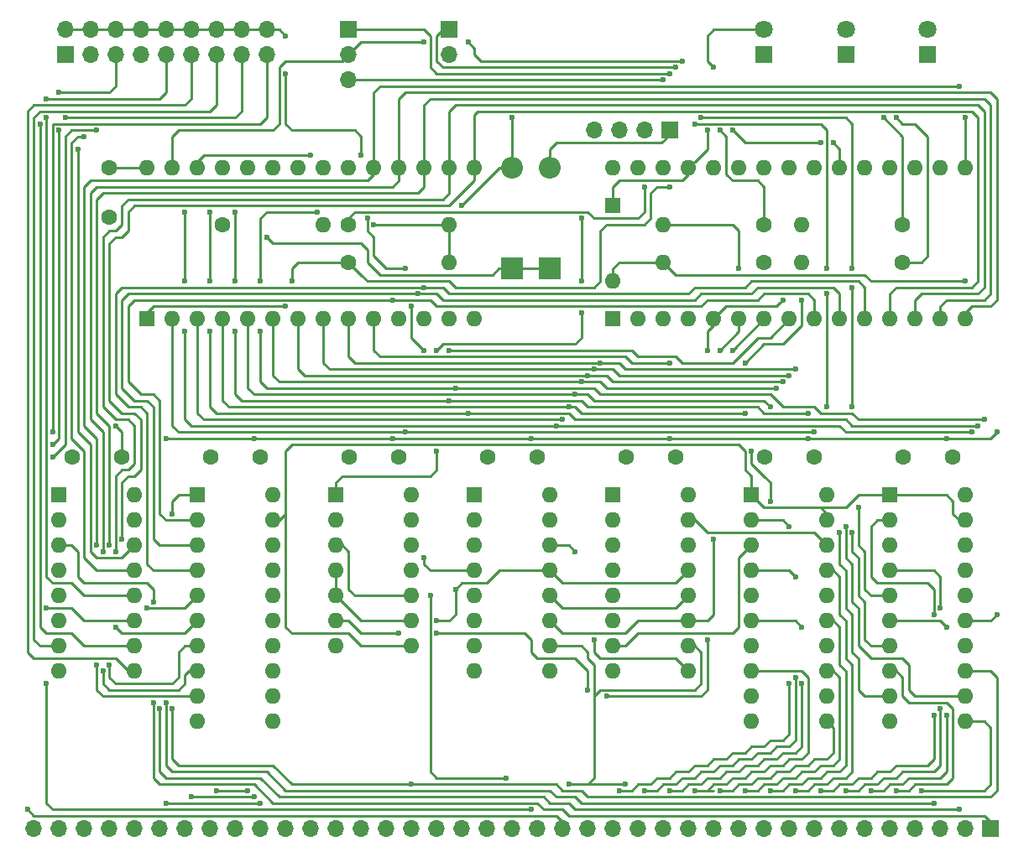
<source format=gtl>
G04 #@! TF.GenerationSoftware,KiCad,Pcbnew,(5.1.5)-3*
G04 #@! TF.CreationDate,2020-10-17T22:19:32+02:00*
G04 #@! TF.ProjectId,RC1 8K ExRAM,52433120-384b-4204-9578-52414d2e6b69,rev?*
G04 #@! TF.SameCoordinates,Original*
G04 #@! TF.FileFunction,Copper,L1,Top*
G04 #@! TF.FilePolarity,Positive*
%FSLAX46Y46*%
G04 Gerber Fmt 4.6, Leading zero omitted, Abs format (unit mm)*
G04 Created by KiCad (PCBNEW (5.1.5)-3) date 2020-10-17 22:19:32*
%MOMM*%
%LPD*%
G04 APERTURE LIST*
%ADD10O,2.200000X2.200000*%
%ADD11R,2.200000X2.200000*%
%ADD12R,1.600000X1.600000*%
%ADD13O,1.600000X1.600000*%
%ADD14C,1.600000*%
%ADD15R,1.700000X1.700000*%
%ADD16O,1.700000X1.700000*%
%ADD17R,1.800000X1.800000*%
%ADD18C,1.800000*%
%ADD19C,0.600000*%
%ADD20C,0.250000*%
G04 APERTURE END LIST*
D10*
X148590000Y-80645000D03*
D11*
X148590000Y-90805000D03*
D12*
X154940000Y-95885000D03*
D13*
X187960000Y-80645000D03*
X157480000Y-95885000D03*
X185420000Y-80645000D03*
X160020000Y-95885000D03*
X182880000Y-80645000D03*
X162560000Y-95885000D03*
X180340000Y-80645000D03*
X165100000Y-95885000D03*
X177800000Y-80645000D03*
X167640000Y-95885000D03*
X175260000Y-80645000D03*
X170180000Y-95885000D03*
X172720000Y-80645000D03*
X172720000Y-95885000D03*
X170180000Y-80645000D03*
X175260000Y-95885000D03*
X167640000Y-80645000D03*
X177800000Y-95885000D03*
X165100000Y-80645000D03*
X180340000Y-95885000D03*
X162560000Y-80645000D03*
X182880000Y-95885000D03*
X160020000Y-80645000D03*
X185420000Y-95885000D03*
X157480000Y-80645000D03*
X187960000Y-95885000D03*
X154940000Y-80645000D03*
X190500000Y-95885000D03*
X190500000Y-80645000D03*
D14*
X105410000Y-109855000D03*
X100410000Y-109855000D03*
X133350000Y-109855000D03*
X128350000Y-109855000D03*
X161290000Y-109855000D03*
X156290000Y-109855000D03*
X147320000Y-109855000D03*
X142320000Y-109855000D03*
X104140000Y-80645000D03*
X104140000Y-85645000D03*
X175260000Y-109855000D03*
X170260000Y-109855000D03*
X189230000Y-109855000D03*
X184230000Y-109855000D03*
X119380000Y-109855000D03*
X114380000Y-109855000D03*
D15*
X193040000Y-147320000D03*
D16*
X190500000Y-147320000D03*
X187960000Y-147320000D03*
X185420000Y-147320000D03*
X182880000Y-147320000D03*
X180340000Y-147320000D03*
X177800000Y-147320000D03*
X175260000Y-147320000D03*
X172720000Y-147320000D03*
X170180000Y-147320000D03*
X167640000Y-147320000D03*
X165100000Y-147320000D03*
X162560000Y-147320000D03*
X160020000Y-147320000D03*
X157480000Y-147320000D03*
X154940000Y-147320000D03*
X152400000Y-147320000D03*
X149860000Y-147320000D03*
X147320000Y-147320000D03*
X144780000Y-147320000D03*
X142240000Y-147320000D03*
X139700000Y-147320000D03*
X137160000Y-147320000D03*
X134620000Y-147320000D03*
X132080000Y-147320000D03*
X129540000Y-147320000D03*
X127000000Y-147320000D03*
X124460000Y-147320000D03*
X121920000Y-147320000D03*
X119380000Y-147320000D03*
X116840000Y-147320000D03*
X114300000Y-147320000D03*
X111760000Y-147320000D03*
X109220000Y-147320000D03*
X106680000Y-147320000D03*
X104140000Y-147320000D03*
X101600000Y-147320000D03*
X99060000Y-147320000D03*
X96520000Y-147320000D03*
D12*
X99060000Y-113665000D03*
D13*
X106680000Y-131445000D03*
X99060000Y-116205000D03*
X106680000Y-128905000D03*
X99060000Y-118745000D03*
X106680000Y-126365000D03*
X99060000Y-121285000D03*
X106680000Y-123825000D03*
X99060000Y-123825000D03*
X106680000Y-121285000D03*
X99060000Y-126365000D03*
X106680000Y-118745000D03*
X99060000Y-128905000D03*
X106680000Y-116205000D03*
X99060000Y-131445000D03*
X106680000Y-113665000D03*
D17*
X186690000Y-69215000D03*
D18*
X186690000Y-66675000D03*
D17*
X178435000Y-69215000D03*
D18*
X178435000Y-66675000D03*
D17*
X170180000Y-69215000D03*
D18*
X170180000Y-66675000D03*
D12*
X154940000Y-84455000D03*
D13*
X154940000Y-92075000D03*
D15*
X99695000Y-69215000D03*
D16*
X99695000Y-66675000D03*
X102235000Y-69215000D03*
X102235000Y-66675000D03*
X104775000Y-69215000D03*
X104775000Y-66675000D03*
X107315000Y-69215000D03*
X107315000Y-66675000D03*
X109855000Y-69215000D03*
X109855000Y-66675000D03*
X112395000Y-69215000D03*
X112395000Y-66675000D03*
X114935000Y-69215000D03*
X114935000Y-66675000D03*
X117475000Y-69215000D03*
X117475000Y-66675000D03*
X120015000Y-69215000D03*
X120015000Y-66675000D03*
D15*
X138430000Y-66675000D03*
D16*
X138430000Y-69215000D03*
D15*
X128270000Y-66675000D03*
D16*
X128270000Y-69215000D03*
X128270000Y-71755000D03*
D14*
X184150000Y-90170000D03*
D13*
X173990000Y-90170000D03*
D14*
X184150000Y-86360000D03*
D13*
X173990000Y-86360000D03*
D14*
X170180000Y-86360000D03*
D13*
X160020000Y-86360000D03*
D14*
X170180000Y-90170000D03*
D13*
X160020000Y-90170000D03*
D12*
X127000000Y-113665000D03*
D13*
X134620000Y-128905000D03*
X127000000Y-116205000D03*
X134620000Y-126365000D03*
X127000000Y-118745000D03*
X134620000Y-123825000D03*
X127000000Y-121285000D03*
X134620000Y-121285000D03*
X127000000Y-123825000D03*
X134620000Y-118745000D03*
X127000000Y-126365000D03*
X134620000Y-116205000D03*
X127000000Y-128905000D03*
X134620000Y-113665000D03*
D12*
X154940000Y-113665000D03*
D13*
X162560000Y-131445000D03*
X154940000Y-116205000D03*
X162560000Y-128905000D03*
X154940000Y-118745000D03*
X162560000Y-126365000D03*
X154940000Y-121285000D03*
X162560000Y-123825000D03*
X154940000Y-123825000D03*
X162560000Y-121285000D03*
X154940000Y-126365000D03*
X162560000Y-118745000D03*
X154940000Y-128905000D03*
X162560000Y-116205000D03*
X154940000Y-131445000D03*
X162560000Y-113665000D03*
D12*
X140970000Y-113665000D03*
D13*
X148590000Y-131445000D03*
X140970000Y-116205000D03*
X148590000Y-128905000D03*
X140970000Y-118745000D03*
X148590000Y-126365000D03*
X140970000Y-121285000D03*
X148590000Y-123825000D03*
X140970000Y-123825000D03*
X148590000Y-121285000D03*
X140970000Y-126365000D03*
X148590000Y-118745000D03*
X140970000Y-128905000D03*
X148590000Y-116205000D03*
X140970000Y-131445000D03*
X148590000Y-113665000D03*
D12*
X107950000Y-95885000D03*
D13*
X140970000Y-80645000D03*
X110490000Y-95885000D03*
X138430000Y-80645000D03*
X113030000Y-95885000D03*
X135890000Y-80645000D03*
X115570000Y-95885000D03*
X133350000Y-80645000D03*
X118110000Y-95885000D03*
X130810000Y-80645000D03*
X120650000Y-95885000D03*
X128270000Y-80645000D03*
X123190000Y-95885000D03*
X125730000Y-80645000D03*
X125730000Y-95885000D03*
X123190000Y-80645000D03*
X128270000Y-95885000D03*
X120650000Y-80645000D03*
X130810000Y-95885000D03*
X118110000Y-80645000D03*
X133350000Y-95885000D03*
X115570000Y-80645000D03*
X135890000Y-95885000D03*
X113030000Y-80645000D03*
X138430000Y-95885000D03*
X110490000Y-80645000D03*
X140970000Y-95885000D03*
X107950000Y-80645000D03*
D12*
X168910000Y-113665000D03*
D13*
X176530000Y-136525000D03*
X168910000Y-116205000D03*
X176530000Y-133985000D03*
X168910000Y-118745000D03*
X176530000Y-131445000D03*
X168910000Y-121285000D03*
X176530000Y-128905000D03*
X168910000Y-123825000D03*
X176530000Y-126365000D03*
X168910000Y-126365000D03*
X176530000Y-123825000D03*
X168910000Y-128905000D03*
X176530000Y-121285000D03*
X168910000Y-131445000D03*
X176530000Y-118745000D03*
X168910000Y-133985000D03*
X176530000Y-116205000D03*
X168910000Y-136525000D03*
X176530000Y-113665000D03*
D12*
X182880000Y-113665000D03*
D13*
X190500000Y-136525000D03*
X182880000Y-116205000D03*
X190500000Y-133985000D03*
X182880000Y-118745000D03*
X190500000Y-131445000D03*
X182880000Y-121285000D03*
X190500000Y-128905000D03*
X182880000Y-123825000D03*
X190500000Y-126365000D03*
X182880000Y-126365000D03*
X190500000Y-123825000D03*
X182880000Y-128905000D03*
X190500000Y-121285000D03*
X182880000Y-131445000D03*
X190500000Y-118745000D03*
X182880000Y-133985000D03*
X190500000Y-116205000D03*
X182880000Y-136525000D03*
X190500000Y-113665000D03*
D12*
X113030000Y-113665000D03*
D13*
X120650000Y-136525000D03*
X113030000Y-116205000D03*
X120650000Y-133985000D03*
X113030000Y-118745000D03*
X120650000Y-131445000D03*
X113030000Y-121285000D03*
X120650000Y-128905000D03*
X113030000Y-123825000D03*
X120650000Y-126365000D03*
X113030000Y-126365000D03*
X120650000Y-123825000D03*
X113030000Y-128905000D03*
X120650000Y-121285000D03*
X113030000Y-131445000D03*
X120650000Y-118745000D03*
X113030000Y-133985000D03*
X120650000Y-116205000D03*
X113030000Y-136525000D03*
X120650000Y-113665000D03*
D14*
X128270000Y-90170000D03*
D13*
X138430000Y-90170000D03*
D14*
X128270000Y-86360000D03*
D13*
X138430000Y-86360000D03*
D14*
X115570000Y-86360000D03*
D13*
X125730000Y-86360000D03*
D11*
X144780000Y-90805000D03*
D10*
X144780000Y-80645000D03*
D16*
X153035000Y-76835000D03*
X155575000Y-76835000D03*
X158115000Y-76835000D03*
D15*
X160655000Y-76835000D03*
D19*
X164465000Y-99060000D03*
X172085008Y-93980000D03*
X165735000Y-99060000D03*
X167640000Y-90805000D03*
X165100000Y-118110000D03*
X167005000Y-99060000D03*
X132715000Y-93980000D03*
X135255000Y-93345000D03*
X135890000Y-92710000D03*
X161290000Y-70485000D03*
X164465000Y-76835000D03*
X105410000Y-118110000D03*
X107950000Y-125095000D03*
X104775000Y-127000000D03*
X104775000Y-119380000D03*
X104140000Y-130810000D03*
X104140000Y-118745000D03*
X103505000Y-119380000D03*
X103505000Y-131445000D03*
X189865000Y-72390000D03*
X190500000Y-75565000D03*
X102870000Y-118745000D03*
X102870000Y-130810000D03*
X156210000Y-142875000D03*
X150495000Y-142875000D03*
X190500000Y-92075000D03*
X193675000Y-125730000D03*
X109855000Y-107950000D03*
X104775000Y-106680000D03*
X193675000Y-107315000D03*
X95885000Y-145415000D03*
X188595000Y-107950000D03*
X174625000Y-107950000D03*
X160655000Y-107950000D03*
X146685000Y-107950000D03*
X132715000Y-107950000D03*
X118745000Y-107950000D03*
X130810000Y-86360000D03*
X139700000Y-84455000D03*
X144780000Y-75565000D03*
X108585000Y-134620000D03*
X108585000Y-124460000D03*
X189865000Y-145415000D03*
X109220000Y-135255000D03*
X187325000Y-144780000D03*
X109855000Y-134620000D03*
X186055000Y-143510000D03*
X183515000Y-143510000D03*
X188595000Y-127000000D03*
X188595000Y-135890000D03*
X180975000Y-143510000D03*
X178435000Y-143510000D03*
X187960000Y-135255000D03*
X187960000Y-125095000D03*
X187325000Y-125730000D03*
X187325000Y-135890000D03*
X175895000Y-143510000D03*
X173355000Y-143510000D03*
X170815000Y-143510000D03*
X168275000Y-143510000D03*
X165735000Y-143510000D03*
X163195000Y-143510000D03*
X160655000Y-143510000D03*
X173990000Y-127000000D03*
X173990000Y-132715000D03*
X158115000Y-143510000D03*
X173355000Y-121920000D03*
X173355000Y-132080000D03*
X155575000Y-143510000D03*
X172720000Y-132715000D03*
X172720000Y-116840000D03*
X97790000Y-132715000D03*
X146685000Y-145415000D03*
X110490000Y-135255000D03*
X110490000Y-115570000D03*
X134620000Y-142875000D03*
X114935000Y-143510000D03*
X118110000Y-143510000D03*
X118745000Y-144145000D03*
X112395000Y-144145000D03*
X109855000Y-144780000D03*
X119380000Y-144780000D03*
X99695000Y-75565000D03*
X98425000Y-108585000D03*
X99060000Y-76835000D03*
X98425000Y-107315000D03*
X97790000Y-73660000D03*
X97155000Y-76200000D03*
X97790000Y-125095000D03*
X102870000Y-76835000D03*
X98425000Y-109855000D03*
X99060000Y-73025000D03*
X97790000Y-75565000D03*
X101600000Y-77470000D03*
X100965000Y-78740000D03*
X183515000Y-75565000D03*
X182245000Y-75565000D03*
X165735000Y-76835000D03*
X165100000Y-70485000D03*
X130175000Y-85725000D03*
X133985000Y-90805000D03*
X135890000Y-99060000D03*
X137160000Y-109220000D03*
X134620000Y-94615000D03*
X121920000Y-67310000D03*
X121920000Y-71120000D03*
X129540000Y-79375000D03*
X179070000Y-104775000D03*
X179070000Y-92710000D03*
X179070000Y-90805000D03*
X179705000Y-114935000D03*
X160655000Y-71120000D03*
X163830000Y-75565000D03*
X140335000Y-67945000D03*
X135890000Y-67945000D03*
X177165000Y-78105000D03*
X175895000Y-78105000D03*
X161925000Y-69850000D03*
X167005000Y-76835000D03*
X176530000Y-104775000D03*
X160020000Y-71755000D03*
X176530000Y-93345000D03*
X176530000Y-90805000D03*
X179070000Y-117475000D03*
X163195000Y-76200000D03*
X173355000Y-100965000D03*
X153670000Y-100330000D03*
X151130000Y-119380000D03*
X153035000Y-128270000D03*
X172720000Y-101600000D03*
X153035000Y-100965000D03*
X172085000Y-102235000D03*
X152400000Y-101600000D03*
X171450000Y-102870000D03*
X151765000Y-102235000D03*
X170815000Y-104775000D03*
X151130000Y-103505000D03*
X168275000Y-105410000D03*
X170815000Y-114300000D03*
X168910000Y-109220000D03*
X150495000Y-104775000D03*
X149860000Y-106045000D03*
X160655000Y-100330000D03*
X191770000Y-106680000D03*
X140335000Y-105410000D03*
X114300000Y-85090000D03*
X114300000Y-92075000D03*
X114300000Y-97155000D03*
X125095000Y-85090000D03*
X192405000Y-106045000D03*
X139065000Y-102870000D03*
X119380000Y-97155000D03*
X119380000Y-92075000D03*
X174625000Y-105410000D03*
X138430000Y-104140000D03*
X178435000Y-116840000D03*
X116840000Y-97155000D03*
X116840000Y-92075000D03*
X116840000Y-85090000D03*
X177800000Y-117475000D03*
X175260000Y-107315000D03*
X133985000Y-107315000D03*
X135890000Y-120015000D03*
X111760000Y-92075000D03*
X111760000Y-85090000D03*
X191135000Y-107315000D03*
X111760000Y-97155000D03*
X149225000Y-106680000D03*
X158115000Y-82550000D03*
X124460000Y-79375000D03*
X122555000Y-92075000D03*
X160655000Y-82550000D03*
X121920000Y-94615000D03*
X151765000Y-95250000D03*
X144145000Y-142240000D03*
X137160000Y-99060000D03*
X136525000Y-123825000D03*
X151765000Y-85725000D03*
X151765000Y-92075000D03*
X138430000Y-99060000D03*
X139065000Y-123190000D03*
X137160000Y-126365000D03*
X164465000Y-128270000D03*
X173990000Y-93980000D03*
X168275000Y-100330000D03*
X152400000Y-133350000D03*
X154305000Y-133985000D03*
X133350000Y-127635000D03*
X137160000Y-127635000D03*
X120015000Y-87630000D03*
D20*
X165100000Y-96520000D02*
X164465000Y-97155000D01*
X164465000Y-97155000D02*
X164465000Y-99060000D01*
X165100000Y-96520000D02*
X165100000Y-95885000D01*
X165100000Y-96520000D02*
X165100000Y-95885000D01*
X171450008Y-94615000D02*
X171785009Y-94279999D01*
X166370000Y-94615000D02*
X171450008Y-94615000D01*
X165100000Y-95885000D02*
X166370000Y-94615000D01*
X171785009Y-94279999D02*
X172085008Y-93980000D01*
X162560000Y-126365000D02*
X157480000Y-126365000D01*
X157480000Y-126365000D02*
X156210000Y-127635000D01*
X148590000Y-126365000D02*
X149860000Y-127635000D01*
X149860000Y-127635000D02*
X156210000Y-127635000D01*
X165735000Y-99060000D02*
X167640000Y-97155000D01*
X167640000Y-90805000D02*
X167640000Y-86995000D01*
X165100000Y-125730000D02*
X165100000Y-118110000D01*
X164465000Y-126365000D02*
X165100000Y-125730000D01*
X162560000Y-126365000D02*
X164465000Y-126365000D01*
X167640000Y-97155000D02*
X167640000Y-95885000D01*
X167640000Y-95885000D02*
X167640000Y-96520000D01*
X160020000Y-86360000D02*
X167005000Y-86360000D01*
X167005000Y-86360000D02*
X167640000Y-86995000D01*
X167005000Y-99060000D02*
X170180000Y-95885000D01*
X148590000Y-123825000D02*
X149860000Y-125095000D01*
X161290000Y-125095000D02*
X162560000Y-123825000D01*
X149860000Y-125095000D02*
X161290000Y-125095000D01*
X132715000Y-93980000D02*
X106680000Y-93980000D01*
X106680000Y-93980000D02*
X106045000Y-94615000D01*
X106045000Y-95250000D02*
X106045000Y-94615000D01*
X108585000Y-103505000D02*
X107315000Y-103505000D01*
X109220000Y-104140000D02*
X108585000Y-103505000D01*
X109855000Y-116205000D02*
X113030000Y-116205000D01*
X109220000Y-115570000D02*
X109220000Y-109220000D01*
X109855000Y-116205000D02*
X109220000Y-115570000D01*
X109220000Y-109220000D02*
X109220000Y-104140000D01*
X106045000Y-102235000D02*
X106045000Y-95250000D01*
X107315000Y-103505000D02*
X106045000Y-102235000D01*
X136525000Y-93980000D02*
X132715000Y-93980000D01*
X175260000Y-95885000D02*
X175260000Y-93980000D01*
X175260000Y-93980000D02*
X174625000Y-93345000D01*
X170180000Y-93345000D02*
X169545000Y-93980000D01*
X137160000Y-94615000D02*
X136525000Y-93980000D01*
X169545000Y-93980000D02*
X164465000Y-93980000D01*
X163830000Y-94615000D02*
X137160000Y-94615000D01*
X164465000Y-93980000D02*
X163830000Y-94615000D01*
X174625000Y-93345000D02*
X170180000Y-93345000D01*
X135255000Y-93345000D02*
X106045000Y-93345000D01*
X106045000Y-93345000D02*
X105410000Y-93980000D01*
X105410000Y-93980000D02*
X105410000Y-94615000D01*
X105410000Y-98425000D02*
X105410000Y-94615000D01*
X107950000Y-104140000D02*
X106680000Y-104140000D01*
X108585000Y-104775000D02*
X107950000Y-104140000D01*
X109220000Y-118745000D02*
X113030000Y-118745000D01*
X108585000Y-118110000D02*
X108585000Y-109855000D01*
X109220000Y-118745000D02*
X108585000Y-118110000D01*
X108585000Y-109855000D02*
X108585000Y-104775000D01*
X105410000Y-102870000D02*
X105410000Y-98425000D01*
X106680000Y-104140000D02*
X105410000Y-102870000D01*
X137795000Y-93980000D02*
X137160000Y-93345000D01*
X137160000Y-93345000D02*
X135255000Y-93345000D01*
X163830000Y-93345000D02*
X163195000Y-93980000D01*
X168910000Y-93345000D02*
X163830000Y-93345000D01*
X163195000Y-93980000D02*
X137795000Y-93980000D01*
X177800000Y-95885000D02*
X177800000Y-93345000D01*
X177800000Y-93345000D02*
X177165000Y-92710000D01*
X169545000Y-92710000D02*
X168910000Y-93345000D01*
X177165000Y-92710000D02*
X169545000Y-92710000D01*
X135890000Y-92710000D02*
X105410000Y-92710000D01*
X105410000Y-92710000D02*
X104775000Y-93345000D01*
X104775000Y-93980000D02*
X104775000Y-93345000D01*
X104775000Y-99060000D02*
X104775000Y-93980000D01*
X106045000Y-104775000D02*
X104775000Y-103505000D01*
X104775000Y-103505000D02*
X104775000Y-99060000D01*
X107950000Y-110490000D02*
X107950000Y-105410000D01*
X108585000Y-121285000D02*
X107950000Y-120650000D01*
X107950000Y-120650000D02*
X107950000Y-110490000D01*
X108585000Y-121285000D02*
X113030000Y-121285000D01*
X107950000Y-105410000D02*
X107315000Y-104775000D01*
X107315000Y-104775000D02*
X106045000Y-104775000D01*
X138430000Y-93345000D02*
X137795000Y-92710000D01*
X162560000Y-93345000D02*
X138430000Y-93345000D01*
X163195000Y-92710000D02*
X162560000Y-93345000D01*
X180340000Y-95885000D02*
X180340000Y-92710000D01*
X179705000Y-92075000D02*
X168910000Y-92075000D01*
X180340000Y-92710000D02*
X179705000Y-92075000D01*
X168910000Y-92075000D02*
X168275000Y-92710000D01*
X137795000Y-92710000D02*
X135890000Y-92710000D01*
X168275000Y-92710000D02*
X163195000Y-92710000D01*
X137160000Y-67310000D02*
X137795000Y-66675000D01*
X161290000Y-70485000D02*
X137795000Y-70485000D01*
X137795000Y-70485000D02*
X137160000Y-69850000D01*
X137160000Y-69850000D02*
X137160000Y-67310000D01*
X137795000Y-66675000D02*
X138430000Y-66675000D01*
X162560000Y-80645000D02*
X162560000Y-81280000D01*
X162560000Y-81280000D02*
X161925000Y-81915000D01*
X161925000Y-81915000D02*
X155575000Y-81915000D01*
X155575000Y-81915000D02*
X154940000Y-82550000D01*
X154940000Y-82550000D02*
X154940000Y-84455000D01*
X162560000Y-80645000D02*
X163195000Y-80010000D01*
X163195000Y-80010000D02*
X164465000Y-78740000D01*
X164465000Y-78740000D02*
X164465000Y-76835000D01*
X111760000Y-125095000D02*
X107950000Y-125095000D01*
X113030000Y-123825000D02*
X111760000Y-125095000D01*
X106045000Y-111760000D02*
X105410000Y-112395000D01*
X107315000Y-106045000D02*
X107315000Y-111125000D01*
X106680000Y-105410000D02*
X107315000Y-106045000D01*
X106045000Y-85090000D02*
X106045000Y-86995000D01*
X106680000Y-111760000D02*
X106045000Y-111760000D01*
X138430000Y-84455000D02*
X106680000Y-84455000D01*
X107315000Y-111125000D02*
X106680000Y-111760000D01*
X140970000Y-81915000D02*
X138430000Y-84455000D01*
X106045000Y-86995000D02*
X105410000Y-87630000D01*
X104140000Y-88265000D02*
X104140000Y-104140000D01*
X105410000Y-112395000D02*
X105410000Y-118110000D01*
X105410000Y-105410000D02*
X106680000Y-105410000D01*
X106680000Y-84455000D02*
X106045000Y-85090000D01*
X105410000Y-87630000D02*
X104775000Y-87630000D01*
X140970000Y-80645000D02*
X140970000Y-81915000D01*
X104775000Y-87630000D02*
X104140000Y-88265000D01*
X104140000Y-104140000D02*
X105410000Y-105410000D01*
X182880000Y-95885000D02*
X182880000Y-93345000D01*
X183515000Y-92710000D02*
X191135000Y-92710000D01*
X191135000Y-74930000D02*
X141314996Y-74930000D01*
X140970000Y-79513630D02*
X140970000Y-80645000D01*
X141314996Y-74930000D02*
X140970000Y-75274996D01*
X182880000Y-93345000D02*
X183515000Y-92710000D01*
X140970000Y-75274996D02*
X140970000Y-79513630D01*
X191770000Y-92075000D02*
X191770000Y-75565000D01*
X191135000Y-92710000D02*
X191770000Y-92075000D01*
X191770000Y-75565000D02*
X191135000Y-74930000D01*
X138430000Y-82550000D02*
X138430000Y-83185000D01*
X106045000Y-83820000D02*
X105410000Y-84455000D01*
X137795000Y-83820000D02*
X106045000Y-83820000D01*
X138430000Y-83185000D02*
X137795000Y-83820000D01*
X103505000Y-99060000D02*
X103505000Y-87630000D01*
X103505000Y-87630000D02*
X104140000Y-86995000D01*
X104140000Y-86995000D02*
X104775000Y-86995000D01*
X104775000Y-86995000D02*
X105410000Y-86360000D01*
X105410000Y-86360000D02*
X105410000Y-84455000D01*
X106680000Y-107950000D02*
X106680000Y-106680000D01*
X103505000Y-99060000D02*
X103505000Y-104775000D01*
X105410000Y-127635000D02*
X104775000Y-127000000D01*
X104775000Y-119380000D02*
X104775000Y-111760000D01*
X104775000Y-111760000D02*
X105410000Y-111125000D01*
X105410000Y-111125000D02*
X106045000Y-111125000D01*
X106045000Y-111125000D02*
X106680000Y-110490000D01*
X106680000Y-110490000D02*
X106680000Y-109220000D01*
X113030000Y-126365000D02*
X111760000Y-127635000D01*
X111760000Y-127635000D02*
X105410000Y-127635000D01*
X106680000Y-107950000D02*
X106680000Y-109220000D01*
X104775000Y-106045000D02*
X103505000Y-104775000D01*
X106045000Y-106045000D02*
X104775000Y-106045000D01*
X106680000Y-106680000D02*
X106045000Y-106045000D01*
X138430000Y-82550000D02*
X138430000Y-80645000D01*
X156845000Y-74295000D02*
X139065000Y-74295000D01*
X192405000Y-74930000D02*
X191770000Y-74295000D01*
X191770000Y-74295000D02*
X156845000Y-74295000D01*
X192405000Y-76835000D02*
X192405000Y-87630000D01*
X191770000Y-93345000D02*
X192405000Y-92710000D01*
X192405000Y-92710000D02*
X192405000Y-87630000D01*
X185420000Y-93980000D02*
X186055000Y-93345000D01*
X186055000Y-93345000D02*
X191135000Y-93345000D01*
X185420000Y-95885000D02*
X185420000Y-93980000D01*
X191135000Y-93345000D02*
X191770000Y-93345000D01*
X192405000Y-76835000D02*
X192405000Y-74930000D01*
X138430000Y-74930000D02*
X138430000Y-80645000D01*
X139065000Y-74295000D02*
X138430000Y-74930000D01*
X135890000Y-81915000D02*
X135890000Y-82550000D01*
X103505000Y-83185000D02*
X102870000Y-83820000D01*
X135255000Y-83185000D02*
X103505000Y-83185000D01*
X135890000Y-82550000D02*
X135255000Y-83185000D01*
X102870000Y-94615000D02*
X102870000Y-83820000D01*
X104140000Y-118745000D02*
X104140000Y-106680000D01*
X104775000Y-132715000D02*
X104140000Y-132080000D01*
X104140000Y-132080000D02*
X104140000Y-130810000D01*
X113030000Y-128905000D02*
X111760000Y-128905000D01*
X110490000Y-132715000D02*
X108585000Y-132715000D01*
X111125000Y-132080000D02*
X110490000Y-132715000D01*
X111125000Y-129540000D02*
X111125000Y-132080000D01*
X111760000Y-128905000D02*
X111125000Y-129540000D01*
X108585000Y-132715000D02*
X104775000Y-132715000D01*
X102870000Y-105410000D02*
X102870000Y-94615000D01*
X104140000Y-106680000D02*
X102870000Y-105410000D01*
X135890000Y-81915000D02*
X135890000Y-80645000D01*
X155575000Y-73660000D02*
X136525000Y-73660000D01*
X193040000Y-74295000D02*
X192405000Y-73660000D01*
X192405000Y-73660000D02*
X155575000Y-73660000D01*
X191770000Y-93980000D02*
X192405000Y-93980000D01*
X193040000Y-93345000D02*
X193040000Y-78105000D01*
X192405000Y-93980000D02*
X193040000Y-93345000D01*
X193040000Y-78105000D02*
X193040000Y-74295000D01*
X135890000Y-74295000D02*
X135890000Y-80645000D01*
X136525000Y-73660000D02*
X135890000Y-74295000D01*
X187960000Y-94615000D02*
X188595000Y-93980000D01*
X188595000Y-93980000D02*
X191770000Y-93980000D01*
X191770000Y-93980000D02*
X191954998Y-93980000D01*
X187960000Y-94615000D02*
X187960000Y-95885000D01*
X133350000Y-80645000D02*
X133350000Y-81915000D01*
X102870000Y-82550000D02*
X102235000Y-83185000D01*
X132715000Y-82550000D02*
X102870000Y-82550000D01*
X133350000Y-81915000D02*
X132715000Y-82550000D01*
X133350000Y-81280000D02*
X133350000Y-80645000D01*
X102235000Y-93980000D02*
X102235000Y-83185000D01*
X113030000Y-131445000D02*
X112210002Y-131445000D01*
X111760000Y-131895002D02*
X111760000Y-132715000D01*
X112210002Y-131445000D02*
X111760000Y-131895002D01*
X111760000Y-132715000D02*
X111125000Y-133350000D01*
X102235000Y-106045000D02*
X102235000Y-93980000D01*
X103505000Y-107315000D02*
X102235000Y-106045000D01*
X103505000Y-119380000D02*
X103505000Y-107315000D01*
X103505000Y-132715000D02*
X103505000Y-131445000D01*
X104140000Y-133350000D02*
X103505000Y-132715000D01*
X111125000Y-133350000D02*
X104140000Y-133350000D01*
X154940000Y-73025000D02*
X133985000Y-73025000D01*
X193675000Y-73660000D02*
X193040000Y-73025000D01*
X193040000Y-73025000D02*
X154940000Y-73025000D01*
X192405000Y-94615000D02*
X193040000Y-94615000D01*
X193675000Y-93980000D02*
X193675000Y-76835000D01*
X193040000Y-94615000D02*
X193675000Y-93980000D01*
X190500000Y-95250000D02*
X191135000Y-94615000D01*
X191135000Y-94615000D02*
X192405000Y-94615000D01*
X193675000Y-76835000D02*
X193675000Y-73660000D01*
X133350000Y-73660000D02*
X133350000Y-80645000D01*
X133985000Y-73025000D02*
X133350000Y-73660000D01*
X190500000Y-95885000D02*
X190500000Y-95250000D01*
X190500000Y-80645000D02*
X190500000Y-75565000D01*
X189865000Y-72390000D02*
X161925000Y-72390000D01*
X130810000Y-73025000D02*
X131445000Y-72390000D01*
X131445000Y-72390000D02*
X161925000Y-72390000D01*
X130810000Y-73025000D02*
X130810000Y-80645000D01*
X130810000Y-80645000D02*
X130810000Y-81280000D01*
X130810000Y-81280000D02*
X130175000Y-81915000D01*
X102235000Y-81915000D02*
X101600000Y-82550000D01*
X130175000Y-81915000D02*
X102235000Y-81915000D01*
X101600000Y-93980000D02*
X101600000Y-82550000D01*
X102870000Y-132080000D02*
X102870000Y-130810000D01*
X103505000Y-133985000D02*
X102870000Y-133350000D01*
X102870000Y-133350000D02*
X102870000Y-132080000D01*
X113030000Y-133985000D02*
X103505000Y-133985000D01*
X101600000Y-106680000D02*
X101600000Y-99060000D01*
X102870000Y-107950000D02*
X101600000Y-106680000D01*
X102870000Y-118745000D02*
X102870000Y-107950000D01*
X101600000Y-93980000D02*
X101600000Y-99060000D01*
X153035000Y-136525000D02*
X153035000Y-142240000D01*
X153035000Y-133985000D02*
X153035000Y-136525000D01*
X153035000Y-142240000D02*
X152400000Y-142875000D01*
X153035000Y-133985000D02*
X153670000Y-133350000D01*
X163195000Y-133350000D02*
X163830000Y-132715000D01*
X153670000Y-133350000D02*
X163195000Y-133350000D01*
X163830000Y-129540000D02*
X163195000Y-128905000D01*
X163830000Y-129540000D02*
X163830000Y-132080000D01*
X163830000Y-132715000D02*
X163830000Y-132080000D01*
X153035000Y-133350000D02*
X153035000Y-133985000D01*
X153035000Y-132715000D02*
X153035000Y-133350000D01*
X148590000Y-128905000D02*
X151765000Y-128905000D01*
X153035000Y-130810000D02*
X153035000Y-132715000D01*
X152400000Y-130175000D02*
X153035000Y-130810000D01*
X152400000Y-129540000D02*
X152400000Y-130175000D01*
X151765000Y-128905000D02*
X152400000Y-129540000D01*
X152400000Y-142875000D02*
X156210000Y-142875000D01*
X150495000Y-142875000D02*
X152400000Y-142875000D01*
X162560000Y-128905000D02*
X163195000Y-128905000D01*
X148590000Y-128905000D02*
X149225000Y-128905000D01*
X160020000Y-90170000D02*
X161290000Y-91440000D01*
X180975000Y-92075000D02*
X190500000Y-92075000D01*
X180340000Y-91440000D02*
X180975000Y-92075000D01*
X161290000Y-91440000D02*
X180340000Y-91440000D01*
X160020000Y-90170000D02*
X155575000Y-90170000D01*
X154940000Y-90805000D02*
X154940000Y-92075000D01*
X155575000Y-90170000D02*
X154940000Y-90805000D01*
X193040000Y-126365000D02*
X190500000Y-126365000D01*
X193675000Y-125730000D02*
X193040000Y-126365000D01*
X111125000Y-107950000D02*
X109855000Y-107950000D01*
X118745000Y-107950000D02*
X111125000Y-107950000D01*
X105410000Y-109855000D02*
X105410000Y-107315000D01*
X105410000Y-107315000D02*
X104775000Y-106680000D01*
X193040000Y-107950000D02*
X188595000Y-107950000D01*
X193675000Y-107315000D02*
X193040000Y-107950000D01*
X149860000Y-146685000D02*
X149225000Y-146050000D01*
X149225000Y-146050000D02*
X96520000Y-146050000D01*
X96520000Y-146050000D02*
X95885000Y-145415000D01*
X174625000Y-107950000D02*
X188595000Y-107950000D01*
X160655000Y-107950000D02*
X174625000Y-107950000D01*
X146685000Y-107950000D02*
X160655000Y-107950000D01*
X132715000Y-107950000D02*
X146685000Y-107950000D01*
X118745000Y-107950000D02*
X132715000Y-107950000D01*
X149860000Y-147320000D02*
X149860000Y-146685000D01*
X138430000Y-90170000D02*
X138430000Y-86360000D01*
X130810000Y-86360000D02*
X138430000Y-86360000D01*
X143510000Y-80645000D02*
X144780000Y-80645000D01*
X139700000Y-84455000D02*
X143510000Y-80645000D01*
X144780000Y-80645000D02*
X144780000Y-75565000D01*
X133350000Y-144780000D02*
X147320000Y-144780000D01*
X118745000Y-142875000D02*
X120650000Y-144780000D01*
X120650000Y-144780000D02*
X133350000Y-144780000D01*
X100330000Y-118745000D02*
X100965000Y-119380000D01*
X100965000Y-119380000D02*
X100965000Y-121920000D01*
X100965000Y-121920000D02*
X101600000Y-122555000D01*
X101600000Y-122555000D02*
X107315000Y-122555000D01*
X99060000Y-118745000D02*
X100330000Y-118745000D01*
X107950000Y-122555000D02*
X108585000Y-123190000D01*
X108585000Y-123190000D02*
X108585000Y-124460000D01*
X107315000Y-122555000D02*
X107950000Y-122555000D01*
X109220000Y-142875000D02*
X116205000Y-142875000D01*
X116205000Y-142875000D02*
X118745000Y-142875000D01*
X108585000Y-142240000D02*
X109220000Y-142875000D01*
X108585000Y-134620000D02*
X108585000Y-142240000D01*
X192405000Y-146050000D02*
X193040000Y-146685000D01*
X150495000Y-146050000D02*
X192405000Y-146050000D01*
X149860000Y-145415000D02*
X150495000Y-146050000D01*
X147955000Y-145415000D02*
X149860000Y-145415000D01*
X147320000Y-144780000D02*
X147955000Y-145415000D01*
X193040000Y-146685000D02*
X193040000Y-147320000D01*
X99060000Y-118745000D02*
X99695000Y-118745000D01*
X147955000Y-144145000D02*
X148590000Y-144780000D01*
X151130000Y-145415000D02*
X189865000Y-145415000D01*
X150495000Y-144780000D02*
X151130000Y-145415000D01*
X148590000Y-144780000D02*
X150495000Y-144780000D01*
X147955000Y-144145000D02*
X133350000Y-144145000D01*
X109220000Y-135255000D02*
X109220000Y-141605000D01*
X109220000Y-141605000D02*
X109855000Y-142240000D01*
X109855000Y-142240000D02*
X119380000Y-142240000D01*
X119380000Y-142240000D02*
X121285000Y-144145000D01*
X121285000Y-144145000D02*
X133350000Y-144145000D01*
X148590000Y-143510000D02*
X149225000Y-144145000D01*
X151765000Y-144780000D02*
X187325000Y-144780000D01*
X151130000Y-144145000D02*
X151765000Y-144780000D01*
X149225000Y-144145000D02*
X151130000Y-144145000D01*
X121920000Y-143510000D02*
X148590000Y-143510000D01*
X120015000Y-141605000D02*
X121920000Y-143510000D01*
X110490000Y-141605000D02*
X120015000Y-141605000D01*
X109855000Y-140970000D02*
X110490000Y-141605000D01*
X109855000Y-134620000D02*
X109855000Y-140970000D01*
X190500000Y-136525000D02*
X192405000Y-136525000D01*
X192405000Y-143510000D02*
X186055000Y-143510000D01*
X193040000Y-142875000D02*
X192405000Y-143510000D01*
X193040000Y-137160000D02*
X193040000Y-142875000D01*
X192405000Y-136525000D02*
X193040000Y-137160000D01*
X189230000Y-137160000D02*
X189230000Y-135255000D01*
X184785000Y-134620000D02*
X184150000Y-133985000D01*
X188595000Y-134620000D02*
X184785000Y-134620000D01*
X189230000Y-135255000D02*
X188595000Y-134620000D01*
X189230000Y-137795000D02*
X189230000Y-137160000D01*
X183515000Y-143510000D02*
X184785000Y-143510000D01*
X184785000Y-143510000D02*
X185420000Y-142875000D01*
X185420000Y-142875000D02*
X188595000Y-142875000D01*
X188595000Y-142875000D02*
X189230000Y-142240000D01*
X189230000Y-142240000D02*
X189230000Y-137795000D01*
X184150000Y-132080000D02*
X183515000Y-131445000D01*
X184150000Y-133985000D02*
X184150000Y-132080000D01*
X183515000Y-131445000D02*
X182880000Y-131445000D01*
X188595000Y-127000000D02*
X187960000Y-126365000D01*
X180975000Y-143510000D02*
X182245000Y-143510000D01*
X182245000Y-143510000D02*
X182880000Y-142875000D01*
X182880000Y-142875000D02*
X184150000Y-142875000D01*
X184150000Y-142875000D02*
X184785000Y-142240000D01*
X184785000Y-142240000D02*
X187960000Y-142240000D01*
X187960000Y-142240000D02*
X188595000Y-141605000D01*
X188595000Y-141605000D02*
X188595000Y-135890000D01*
X187960000Y-126365000D02*
X182880000Y-126365000D01*
X187960000Y-121920000D02*
X187960000Y-125095000D01*
X178435000Y-143510000D02*
X179705000Y-143510000D01*
X179705000Y-143510000D02*
X180340000Y-142875000D01*
X180340000Y-142875000D02*
X181610000Y-142875000D01*
X181610000Y-142875000D02*
X182245000Y-142240000D01*
X182245000Y-142240000D02*
X183515000Y-142240000D01*
X183515000Y-142240000D02*
X184150000Y-141605000D01*
X184150000Y-141605000D02*
X187325000Y-141605000D01*
X187325000Y-141605000D02*
X187960000Y-140970000D01*
X187960000Y-140970000D02*
X187960000Y-135255000D01*
X187960000Y-121920000D02*
X187325000Y-121285000D01*
X182880000Y-121285000D02*
X187325000Y-121285000D01*
X182880000Y-116205000D02*
X181610000Y-116205000D01*
X187325000Y-123190000D02*
X187325000Y-125730000D01*
X186690000Y-122555000D02*
X187325000Y-123190000D01*
X181610000Y-122555000D02*
X186690000Y-122555000D01*
X180975000Y-121920000D02*
X181610000Y-122555000D01*
X180975000Y-116840000D02*
X180975000Y-121920000D01*
X181610000Y-116205000D02*
X180975000Y-116840000D01*
X187325000Y-140335000D02*
X187325000Y-135890000D01*
X186690000Y-140970000D02*
X187325000Y-140335000D01*
X183515000Y-140970000D02*
X186690000Y-140970000D01*
X182880000Y-141605000D02*
X183515000Y-140970000D01*
X181610000Y-141605000D02*
X182880000Y-141605000D01*
X180975000Y-142240000D02*
X181610000Y-141605000D01*
X179705000Y-142240000D02*
X180975000Y-142240000D01*
X179070000Y-142875000D02*
X179705000Y-142240000D01*
X177800000Y-142875000D02*
X179070000Y-142875000D01*
X177165000Y-143510000D02*
X177800000Y-142875000D01*
X175895000Y-143510000D02*
X177165000Y-143510000D01*
X177165000Y-142240000D02*
X178435000Y-142240000D01*
X179070000Y-141605000D02*
X179070000Y-140335000D01*
X178435000Y-142240000D02*
X179070000Y-141605000D01*
X175260000Y-142875000D02*
X174625000Y-143510000D01*
X174625000Y-143510000D02*
X173355000Y-143510000D01*
X179070000Y-137795000D02*
X179070000Y-130810000D01*
X177165000Y-121285000D02*
X177800000Y-121920000D01*
X176530000Y-142875000D02*
X175260000Y-142875000D01*
X177165000Y-142240000D02*
X176530000Y-142875000D01*
X179070000Y-137795000D02*
X179070000Y-140335000D01*
X177800000Y-125730000D02*
X177800000Y-122555000D01*
X178435000Y-126365000D02*
X177800000Y-125730000D01*
X178435000Y-130175000D02*
X178435000Y-126365000D01*
X179070000Y-130810000D02*
X178435000Y-130175000D01*
X177800000Y-122555000D02*
X177800000Y-121920000D01*
X177165000Y-121285000D02*
X176530000Y-121285000D01*
X178435000Y-139700000D02*
X178435000Y-140970000D01*
X177800000Y-141605000D02*
X176530000Y-141605000D01*
X178435000Y-140970000D02*
X177800000Y-141605000D01*
X175895000Y-142240000D02*
X176530000Y-141605000D01*
X174625000Y-142240000D02*
X175895000Y-142240000D01*
X170815000Y-143510000D02*
X172085000Y-143510000D01*
X172085000Y-143510000D02*
X172720000Y-142875000D01*
X172720000Y-142875000D02*
X173990000Y-142875000D01*
X173990000Y-142875000D02*
X174625000Y-142240000D01*
X176530000Y-126365000D02*
X177165000Y-126365000D01*
X177165000Y-126365000D02*
X177800000Y-127000000D01*
X178435000Y-137160000D02*
X178435000Y-131445000D01*
X178435000Y-137160000D02*
X178435000Y-139700000D01*
X177800000Y-130810000D02*
X177800000Y-127000000D01*
X178435000Y-131445000D02*
X177800000Y-130810000D01*
X177800000Y-139065000D02*
X177800000Y-140335000D01*
X177165000Y-140970000D02*
X175895000Y-140970000D01*
X177800000Y-140335000D02*
X177165000Y-140970000D01*
X175260000Y-141605000D02*
X175895000Y-140970000D01*
X173990000Y-141605000D02*
X175260000Y-141605000D01*
X168275000Y-143510000D02*
X169545000Y-143510000D01*
X169545000Y-143510000D02*
X170180000Y-142875000D01*
X170180000Y-142875000D02*
X171450000Y-142875000D01*
X171450000Y-142875000D02*
X172085000Y-142240000D01*
X172085000Y-142240000D02*
X173355000Y-142240000D01*
X173355000Y-142240000D02*
X173990000Y-141605000D01*
X177800000Y-137795000D02*
X177800000Y-132080000D01*
X177800000Y-139065000D02*
X177800000Y-137795000D01*
X177800000Y-132080000D02*
X177165000Y-131445000D01*
X177165000Y-131445000D02*
X176530000Y-131445000D01*
X175895000Y-140335000D02*
X176530000Y-140335000D01*
X177165000Y-137160000D02*
X176530000Y-136525000D01*
X177165000Y-139700000D02*
X177165000Y-137160000D01*
X176530000Y-140335000D02*
X177165000Y-139700000D01*
X175895000Y-140335000D02*
X175260000Y-140335000D01*
X172720000Y-141605000D02*
X173355000Y-140970000D01*
X165735000Y-143510000D02*
X167005000Y-143510000D01*
X167005000Y-143510000D02*
X167640000Y-142875000D01*
X167640000Y-142875000D02*
X168910000Y-142875000D01*
X168910000Y-142875000D02*
X169545000Y-142240000D01*
X169545000Y-142240000D02*
X170815000Y-142240000D01*
X170815000Y-142240000D02*
X171450000Y-141605000D01*
X171450000Y-141605000D02*
X172720000Y-141605000D01*
X173355000Y-140970000D02*
X174625000Y-140970000D01*
X174625000Y-140970000D02*
X175260000Y-140335000D01*
X172085000Y-140970000D02*
X172720000Y-140335000D01*
X170815000Y-140970000D02*
X172085000Y-140970000D01*
X170180000Y-141605000D02*
X170815000Y-140970000D01*
X168910000Y-141605000D02*
X170180000Y-141605000D01*
X168275000Y-142240000D02*
X168910000Y-141605000D01*
X167005000Y-142240000D02*
X168275000Y-142240000D01*
X166370000Y-142875000D02*
X167005000Y-142240000D01*
X165100000Y-142875000D02*
X166370000Y-142875000D01*
X164465000Y-143510000D02*
X165100000Y-142875000D01*
X165100000Y-143510000D02*
X164465000Y-143510000D01*
X163195000Y-143510000D02*
X165100000Y-143510000D01*
X174625000Y-139700000D02*
X174625000Y-132080000D01*
X174625000Y-132080000D02*
X173990000Y-131445000D01*
X172720000Y-140335000D02*
X173990000Y-140335000D01*
X173990000Y-140335000D02*
X174625000Y-139700000D01*
X168910000Y-131445000D02*
X173990000Y-131445000D01*
X161925000Y-143510000D02*
X162560000Y-142875000D01*
X160655000Y-143510000D02*
X161925000Y-143510000D01*
X171450000Y-140335000D02*
X172085000Y-139700000D01*
X170180000Y-140335000D02*
X171450000Y-140335000D01*
X169545000Y-140970000D02*
X170180000Y-140335000D01*
X168275000Y-140970000D02*
X169545000Y-140970000D01*
X167640000Y-141605000D02*
X168275000Y-140970000D01*
X166370000Y-141605000D02*
X167640000Y-141605000D01*
X165735000Y-142240000D02*
X166370000Y-141605000D01*
X164465000Y-142240000D02*
X165735000Y-142240000D01*
X163830000Y-142875000D02*
X164465000Y-142240000D01*
X162560000Y-142875000D02*
X163830000Y-142875000D01*
X173990000Y-139065000D02*
X173990000Y-132715000D01*
X173990000Y-127000000D02*
X173355000Y-126365000D01*
X173355000Y-139700000D02*
X173990000Y-139065000D01*
X172085000Y-139700000D02*
X173355000Y-139700000D01*
X173355000Y-126365000D02*
X168910000Y-126365000D01*
X159385000Y-143510000D02*
X160020000Y-142875000D01*
X158115000Y-143510000D02*
X159385000Y-143510000D01*
X170815000Y-139700000D02*
X171450000Y-139065000D01*
X169545000Y-139700000D02*
X170815000Y-139700000D01*
X168910000Y-140335000D02*
X169545000Y-139700000D01*
X167640000Y-140335000D02*
X168910000Y-140335000D01*
X167005000Y-140970000D02*
X167640000Y-140335000D01*
X165735000Y-140970000D02*
X167005000Y-140970000D01*
X165100000Y-141605000D02*
X165735000Y-140970000D01*
X163830000Y-141605000D02*
X165100000Y-141605000D01*
X163195000Y-142240000D02*
X163830000Y-141605000D01*
X161925000Y-142240000D02*
X163195000Y-142240000D01*
X161290000Y-142875000D02*
X161925000Y-142240000D01*
X160020000Y-142875000D02*
X161290000Y-142875000D01*
X173355000Y-138430000D02*
X173355000Y-132080000D01*
X173355000Y-121920000D02*
X172720000Y-121285000D01*
X172720000Y-139065000D02*
X173355000Y-138430000D01*
X171450000Y-139065000D02*
X172720000Y-139065000D01*
X172720000Y-121285000D02*
X168910000Y-121285000D01*
X155575000Y-143510000D02*
X156845000Y-143510000D01*
X156845000Y-143510000D02*
X157480000Y-142875000D01*
X157480000Y-142875000D02*
X158750000Y-142875000D01*
X158750000Y-142875000D02*
X159385000Y-142240000D01*
X159385000Y-142240000D02*
X160655000Y-142240000D01*
X160655000Y-142240000D02*
X161290000Y-141605000D01*
X161290000Y-141605000D02*
X162560000Y-141605000D01*
X162560000Y-141605000D02*
X163195000Y-140970000D01*
X163195000Y-140970000D02*
X164465000Y-140970000D01*
X164465000Y-140970000D02*
X165100000Y-140335000D01*
X165100000Y-140335000D02*
X166370000Y-140335000D01*
X166370000Y-140335000D02*
X167005000Y-139700000D01*
X167005000Y-139700000D02*
X168275000Y-139700000D01*
X168275000Y-139700000D02*
X168910000Y-139065000D01*
X168910000Y-139065000D02*
X170180000Y-139065000D01*
X170180000Y-139065000D02*
X170815000Y-138430000D01*
X172085000Y-116205000D02*
X172720000Y-116840000D01*
X172720000Y-132715000D02*
X172720000Y-137795000D01*
X170815000Y-138430000D02*
X172085000Y-138430000D01*
X172085000Y-138430000D02*
X172720000Y-137795000D01*
X172085000Y-116205000D02*
X168910000Y-116205000D01*
X108134998Y-145415000D02*
X98425000Y-145415000D01*
X97790000Y-132715000D02*
X97790000Y-144780000D01*
X97790000Y-144780000D02*
X98425000Y-145415000D01*
X146685000Y-145415000D02*
X135255000Y-145415000D01*
X135255000Y-145415000D02*
X121920000Y-145415000D01*
X121920000Y-145415000D02*
X108134998Y-145415000D01*
X134620000Y-142875000D02*
X149225000Y-142875000D01*
X193040000Y-131445000D02*
X190500000Y-131445000D01*
X193675000Y-132080000D02*
X193040000Y-131445000D01*
X193675000Y-143510000D02*
X193675000Y-132080000D01*
X193040000Y-144145000D02*
X193675000Y-143510000D01*
X152400000Y-144145000D02*
X193040000Y-144145000D01*
X151765000Y-143510000D02*
X152400000Y-144145000D01*
X149860000Y-143510000D02*
X151765000Y-143510000D01*
X149225000Y-142875000D02*
X149860000Y-143510000D01*
X133985000Y-142875000D02*
X134620000Y-142875000D01*
X123190000Y-142875000D02*
X133985000Y-142875000D01*
X110490000Y-140335000D02*
X111125000Y-140970000D01*
X111125000Y-140970000D02*
X120650000Y-140970000D01*
X120650000Y-140970000D02*
X122555000Y-142875000D01*
X122555000Y-142875000D02*
X123190000Y-142875000D01*
X113030000Y-113665000D02*
X111125000Y-113665000D01*
X110490000Y-135255000D02*
X110490000Y-136525000D01*
X110490000Y-114300000D02*
X110490000Y-115570000D01*
X111125000Y-113665000D02*
X110490000Y-114300000D01*
X110490000Y-136525000D02*
X110490000Y-140335000D01*
X118110000Y-143510000D02*
X114935000Y-143510000D01*
X112395000Y-144145000D02*
X118745000Y-144145000D01*
X119380000Y-144780000D02*
X109855000Y-144780000D01*
X99060000Y-107315000D02*
X99060000Y-107950000D01*
X99060000Y-107950000D02*
X98425000Y-108585000D01*
X116840000Y-75565000D02*
X117475000Y-74930000D01*
X117475000Y-69215000D02*
X117475000Y-74930000D01*
X99060000Y-81280000D02*
X99060000Y-76835000D01*
X99060000Y-107315000D02*
X99060000Y-104775000D01*
X99060000Y-81280000D02*
X99060000Y-104775000D01*
X99695000Y-75565000D02*
X101600000Y-75565000D01*
X101600000Y-75565000D02*
X116840000Y-75565000D01*
X98425000Y-106680000D02*
X98425000Y-107315000D01*
X100965000Y-76200000D02*
X119380000Y-76200000D01*
X119380000Y-76200000D02*
X120015000Y-75565000D01*
X120015000Y-75565000D02*
X120015000Y-69215000D01*
X98425000Y-81280000D02*
X98425000Y-76200000D01*
X98425000Y-106680000D02*
X98425000Y-104140000D01*
X98425000Y-81280000D02*
X98425000Y-104140000D01*
X98425000Y-76200000D02*
X100965000Y-76200000D01*
X106680000Y-131445000D02*
X106045000Y-131445000D01*
X106045000Y-131445000D02*
X104775000Y-130175000D01*
X100330000Y-130175000D02*
X104775000Y-130175000D01*
X97155000Y-74295000D02*
X96520000Y-74295000D01*
X111760000Y-74295000D02*
X112395000Y-73660000D01*
X112395000Y-69215000D02*
X112395000Y-73660000D01*
X97155000Y-74295000D02*
X99695000Y-74295000D01*
X99695000Y-74295000D02*
X111760000Y-74295000D01*
X96520000Y-130175000D02*
X95885000Y-129540000D01*
X95885000Y-129540000D02*
X95885000Y-74930000D01*
X96520000Y-130175000D02*
X97155000Y-130175000D01*
X96520000Y-74295000D02*
X95885000Y-74930000D01*
X100330000Y-130175000D02*
X97155000Y-130175000D01*
X106680000Y-128905000D02*
X101600000Y-128905000D01*
X101600000Y-128905000D02*
X100330000Y-127635000D01*
X99695000Y-73660000D02*
X109220000Y-73660000D01*
X97155000Y-81280000D02*
X97155000Y-76200000D01*
X97155000Y-106045000D02*
X97155000Y-108585000D01*
X100330000Y-127635000D02*
X97790000Y-127635000D01*
X97155000Y-127000000D02*
X97155000Y-123190000D01*
X97790000Y-127635000D02*
X97155000Y-127000000D01*
X97155000Y-108585000D02*
X97155000Y-123190000D01*
X97155000Y-81280000D02*
X97155000Y-106045000D01*
X97790000Y-73660000D02*
X99695000Y-73660000D01*
X109855000Y-73025000D02*
X109855000Y-69215000D01*
X109220000Y-73660000D02*
X109855000Y-73025000D01*
X100330000Y-125095000D02*
X97790000Y-125095000D01*
X101600000Y-126365000D02*
X100330000Y-125095000D01*
X106680000Y-126365000D02*
X101600000Y-126365000D01*
X100330000Y-76835000D02*
X99695000Y-77470000D01*
X100330000Y-76835000D02*
X102870000Y-76835000D01*
X99695000Y-79375000D02*
X99695000Y-101600000D01*
X99695000Y-107950000D02*
X99695000Y-108585000D01*
X99060000Y-109220000D02*
X98425000Y-109855000D01*
X99695000Y-108585000D02*
X99060000Y-109220000D01*
X99695000Y-107950000D02*
X99695000Y-106680000D01*
X99695000Y-101600000D02*
X99695000Y-106680000D01*
X99695000Y-77470000D02*
X99695000Y-79375000D01*
X104775000Y-71755000D02*
X104775000Y-72390000D01*
X104140000Y-73025000D02*
X99060000Y-73025000D01*
X104775000Y-72390000D02*
X104140000Y-73025000D01*
X97790000Y-81280000D02*
X97790000Y-105410000D01*
X100330000Y-122555000D02*
X98425000Y-122555000D01*
X101600000Y-123825000D02*
X100330000Y-122555000D01*
X106680000Y-123825000D02*
X101600000Y-123825000D01*
X97790000Y-121920000D02*
X97790000Y-107315000D01*
X98425000Y-122555000D02*
X97790000Y-121920000D01*
X97790000Y-105410000D02*
X97790000Y-107315000D01*
X97790000Y-81280000D02*
X97790000Y-75565000D01*
X104775000Y-71755000D02*
X104775000Y-69215000D01*
X101600000Y-118745000D02*
X101600000Y-120015000D01*
X102870000Y-121285000D02*
X106680000Y-121285000D01*
X101600000Y-120015000D02*
X102870000Y-121285000D01*
X101600000Y-110490000D02*
X101600000Y-118745000D01*
X100965000Y-77470000D02*
X100330000Y-78105000D01*
X101600000Y-77470000D02*
X100965000Y-77470000D01*
X101600000Y-109220000D02*
X100330000Y-107950000D01*
X100330000Y-107950000D02*
X100330000Y-104140000D01*
X101600000Y-110490000D02*
X101600000Y-109220000D01*
X100330000Y-78740000D02*
X100330000Y-104140000D01*
X100330000Y-78105000D02*
X100330000Y-78740000D01*
X102235000Y-118110000D02*
X102235000Y-119380000D01*
X105410000Y-120015000D02*
X106680000Y-118745000D01*
X102870000Y-120015000D02*
X105410000Y-120015000D01*
X102235000Y-119380000D02*
X102870000Y-120015000D01*
X102235000Y-111125000D02*
X102235000Y-118110000D01*
X102235000Y-108585000D02*
X102235000Y-111125000D01*
X102235000Y-108585000D02*
X100965000Y-107315000D01*
X100965000Y-107315000D02*
X100965000Y-105410000D01*
X100965000Y-79375000D02*
X100965000Y-105410000D01*
X100965000Y-78740000D02*
X100965000Y-79375000D01*
X99695000Y-74930000D02*
X114300000Y-74930000D01*
X96520000Y-75565000D02*
X97155000Y-74930000D01*
X97155000Y-74930000D02*
X99695000Y-74930000D01*
X99060000Y-128905000D02*
X97155000Y-128905000D01*
X96520000Y-128270000D02*
X96520000Y-109220000D01*
X97155000Y-128905000D02*
X96520000Y-128270000D01*
X96520000Y-109220000D02*
X96520000Y-75565000D01*
X114935000Y-74295000D02*
X114935000Y-69215000D01*
X114300000Y-74930000D02*
X114935000Y-74295000D01*
X186055000Y-90170000D02*
X184150000Y-90170000D01*
X184150000Y-76200000D02*
X185420000Y-76200000D01*
X183515000Y-75565000D02*
X184150000Y-76200000D01*
X185420000Y-76200000D02*
X186690000Y-77470000D01*
X186690000Y-77470000D02*
X186690000Y-89535000D01*
X186690000Y-89535000D02*
X186055000Y-90170000D01*
X184150000Y-77470000D02*
X182245000Y-75565000D01*
X184150000Y-86360000D02*
X184150000Y-77470000D01*
X170180000Y-86360000D02*
X170180000Y-82550000D01*
X170180000Y-82550000D02*
X169545000Y-81915000D01*
X170180000Y-66675000D02*
X165100000Y-66675000D01*
X165100000Y-66675000D02*
X164465000Y-67310000D01*
X167005000Y-81915000D02*
X166370000Y-81280000D01*
X169545000Y-81915000D02*
X167005000Y-81915000D01*
X166370000Y-81280000D02*
X166370000Y-77470000D01*
X166370000Y-77470000D02*
X165735000Y-76835000D01*
X165100000Y-70485000D02*
X164465000Y-69850000D01*
X164465000Y-67310000D02*
X164465000Y-69850000D01*
X129540000Y-79375000D02*
X129540000Y-77470000D01*
X122555000Y-76835000D02*
X121920000Y-76200000D01*
X128905000Y-76835000D02*
X122555000Y-76835000D01*
X129540000Y-77470000D02*
X128905000Y-76835000D01*
X135890000Y-99060000D02*
X134620000Y-97790000D01*
X127000000Y-113665000D02*
X127000000Y-112395000D01*
X137160000Y-111125000D02*
X137160000Y-109220000D01*
X136525000Y-111760000D02*
X137160000Y-111125000D01*
X127635000Y-111760000D02*
X136525000Y-111760000D01*
X127000000Y-112395000D02*
X127635000Y-111760000D01*
X134620000Y-97790000D02*
X134620000Y-95250000D01*
X134620000Y-95250000D02*
X134620000Y-94615000D01*
X121285000Y-66675000D02*
X121920000Y-67310000D01*
X121920000Y-71120000D02*
X121920000Y-76200000D01*
X121285000Y-66675000D02*
X120015000Y-66675000D01*
X117475000Y-66675000D02*
X120015000Y-66675000D01*
X114935000Y-66675000D02*
X117475000Y-66675000D01*
X112395000Y-66675000D02*
X114935000Y-66675000D01*
X109855000Y-66675000D02*
X112395000Y-66675000D01*
X107315000Y-66675000D02*
X109855000Y-66675000D01*
X104775000Y-66675000D02*
X107315000Y-66675000D01*
X102235000Y-66675000D02*
X104775000Y-66675000D01*
X99695000Y-66675000D02*
X102235000Y-66675000D01*
X130810000Y-89535000D02*
X132080000Y-90805000D01*
X132080000Y-90805000D02*
X133985000Y-90805000D01*
X130810000Y-87630000D02*
X130810000Y-89535000D01*
X130175000Y-85725000D02*
X130175000Y-86995000D01*
X130175000Y-86995000D02*
X130810000Y-87630000D01*
X179070000Y-104140000D02*
X179070000Y-104775000D01*
X179070000Y-102235000D02*
X179070000Y-104140000D01*
X179070000Y-92710000D02*
X179070000Y-102235000D01*
X180975000Y-123825000D02*
X180340000Y-123190000D01*
X182880000Y-123825000D02*
X180975000Y-123825000D01*
X179705000Y-118745000D02*
X179705000Y-114935000D01*
X180340000Y-119380000D02*
X179705000Y-118745000D01*
X180340000Y-123190000D02*
X180340000Y-119380000D01*
X159385000Y-71120000D02*
X142875000Y-71120000D01*
X135890000Y-66675000D02*
X136525000Y-67310000D01*
X136525000Y-67310000D02*
X136525000Y-70485000D01*
X136525000Y-70485000D02*
X137160000Y-71120000D01*
X137160000Y-71120000D02*
X142875000Y-71120000D01*
X135890000Y-66675000D02*
X128270000Y-66675000D01*
X159385000Y-71120000D02*
X160655000Y-71120000D01*
X164254264Y-75565000D02*
X163830000Y-75565000D01*
X178435000Y-75565000D02*
X164254264Y-75565000D01*
X179070000Y-90805000D02*
X179070000Y-76200000D01*
X179070000Y-76200000D02*
X178435000Y-75565000D01*
X128270000Y-69215000D02*
X129540000Y-67945000D01*
X129540000Y-67945000D02*
X130175000Y-67945000D01*
X121285000Y-70485000D02*
X121920000Y-69850000D01*
X127635000Y-69850000D02*
X128270000Y-69215000D01*
X121920000Y-69850000D02*
X127635000Y-69850000D01*
X140335000Y-67945000D02*
X140970000Y-68580000D01*
X135890000Y-67945000D02*
X130175000Y-67945000D01*
X161925000Y-69850000D02*
X143510000Y-69850000D01*
X177800000Y-80645000D02*
X177800000Y-78740000D01*
X177800000Y-78740000D02*
X177165000Y-78105000D01*
X140970000Y-68580000D02*
X140970000Y-69215000D01*
X140970000Y-69215000D02*
X141605000Y-69850000D01*
X141605000Y-69850000D02*
X143510000Y-69850000D01*
X121285000Y-76200000D02*
X120650000Y-76835000D01*
X110490000Y-80645000D02*
X110490000Y-77470000D01*
X111125000Y-76835000D02*
X120650000Y-76835000D01*
X110490000Y-77470000D02*
X111125000Y-76835000D01*
X121285000Y-76200000D02*
X121285000Y-70485000D01*
X168275000Y-78105000D02*
X167005000Y-76835000D01*
X175895000Y-78105000D02*
X168275000Y-78105000D01*
X176530000Y-97155000D02*
X176530000Y-104775000D01*
X158750000Y-71755000D02*
X160020000Y-71755000D01*
X128270000Y-71755000D02*
X158750000Y-71755000D01*
X176530000Y-93345000D02*
X176530000Y-97155000D01*
X182880000Y-128905000D02*
X180975000Y-128905000D01*
X179070000Y-119380000D02*
X179070000Y-117475000D01*
X179705000Y-120015000D02*
X179070000Y-119380000D01*
X179705000Y-123825000D02*
X179705000Y-120015000D01*
X180340000Y-124460000D02*
X179705000Y-123825000D01*
X180340000Y-128270000D02*
X180340000Y-124460000D01*
X180975000Y-128905000D02*
X180340000Y-128270000D01*
X163619264Y-76200000D02*
X163195000Y-76200000D01*
X176530000Y-76835000D02*
X175895000Y-76200000D01*
X175895000Y-76200000D02*
X163619264Y-76200000D01*
X176530000Y-90805000D02*
X176530000Y-76835000D01*
X128270000Y-122555000D02*
X128270000Y-123190000D01*
X128905000Y-123825000D02*
X129540000Y-123825000D01*
X128270000Y-123190000D02*
X128905000Y-123825000D01*
X128270000Y-120015000D02*
X128270000Y-119380000D01*
X128270000Y-120015000D02*
X128270000Y-122555000D01*
X134620000Y-123825000D02*
X129540000Y-123825000D01*
X128270000Y-119380000D02*
X127635000Y-118745000D01*
X127635000Y-118745000D02*
X127000000Y-118745000D01*
X155575000Y-100330000D02*
X156210000Y-100965000D01*
X156210000Y-100965000D02*
X173355000Y-100965000D01*
X155575000Y-100330000D02*
X154305000Y-100330000D01*
X154305000Y-100330000D02*
X153670000Y-100330000D01*
X153670000Y-100330000D02*
X133350000Y-100330000D01*
X128270000Y-99695000D02*
X128905000Y-100330000D01*
X128905000Y-100330000D02*
X133350000Y-100330000D01*
X128270000Y-99695000D02*
X128270000Y-95885000D01*
X148590000Y-118745000D02*
X150495000Y-118745000D01*
X150495000Y-118745000D02*
X151130000Y-119380000D01*
X162560000Y-131445000D02*
X161290000Y-130175000D01*
X153035000Y-129540000D02*
X153035000Y-128270000D01*
X153670000Y-130175000D02*
X153035000Y-129540000D01*
X161290000Y-130175000D02*
X153670000Y-130175000D01*
X154940000Y-100965000D02*
X155575000Y-101600000D01*
X155575000Y-101600000D02*
X172720000Y-101600000D01*
X154940000Y-100965000D02*
X153035000Y-100965000D01*
X153035000Y-100965000D02*
X131445000Y-100965000D01*
X125730000Y-100330000D02*
X126365000Y-100965000D01*
X126365000Y-100965000D02*
X131445000Y-100965000D01*
X125730000Y-100330000D02*
X125730000Y-95885000D01*
X154305000Y-101600000D02*
X154940000Y-102235000D01*
X154940000Y-102235000D02*
X172085000Y-102235000D01*
X154305000Y-101600000D02*
X152400000Y-101600000D01*
X152400000Y-101600000D02*
X128905000Y-101600000D01*
X123190000Y-100965000D02*
X123825000Y-101600000D01*
X123825000Y-101600000D02*
X128905000Y-101600000D01*
X123190000Y-100965000D02*
X123190000Y-95885000D01*
X153670000Y-102235000D02*
X154305000Y-102870000D01*
X154305000Y-102870000D02*
X171450000Y-102870000D01*
X153670000Y-102235000D02*
X151765000Y-102235000D01*
X151765000Y-102235000D02*
X128905000Y-102235000D01*
X120650000Y-101600000D02*
X121285000Y-102235000D01*
X121285000Y-102235000D02*
X128905000Y-102235000D01*
X120650000Y-101600000D02*
X120650000Y-95885000D01*
X170815000Y-104775000D02*
X170180000Y-104140000D01*
X170180000Y-104140000D02*
X169545000Y-104140000D01*
X152400000Y-103505000D02*
X153035000Y-104140000D01*
X153035000Y-104140000D02*
X169545000Y-104140000D01*
X152400000Y-103505000D02*
X151130000Y-103505000D01*
X151130000Y-103505000D02*
X126365000Y-103505000D01*
X118110000Y-102870000D02*
X118110000Y-95885000D01*
X118745000Y-103505000D02*
X126365000Y-103505000D01*
X118110000Y-102870000D02*
X118745000Y-103505000D01*
X151130000Y-104775000D02*
X151765000Y-105410000D01*
X151765000Y-105410000D02*
X168275000Y-105410000D01*
X170815000Y-114300000D02*
X170815000Y-112395000D01*
X170815000Y-112395000D02*
X170180000Y-111760000D01*
X170180000Y-111760000D02*
X168910000Y-110490000D01*
X168910000Y-110490000D02*
X168910000Y-109220000D01*
X150495000Y-104775000D02*
X151130000Y-104775000D01*
X115570000Y-102235000D02*
X115570000Y-104140000D01*
X115570000Y-95885000D02*
X115570000Y-102235000D01*
X116205000Y-104775000D02*
X123190000Y-104775000D01*
X115570000Y-104140000D02*
X116205000Y-104775000D01*
X123190000Y-104775000D02*
X150495000Y-104775000D01*
X154940000Y-128905000D02*
X156210000Y-128905000D01*
X167640000Y-120015000D02*
X168910000Y-118745000D01*
X167640000Y-127000000D02*
X167640000Y-120015000D01*
X167005000Y-127635000D02*
X167640000Y-127000000D01*
X157480000Y-127635000D02*
X167005000Y-127635000D01*
X156210000Y-128905000D02*
X157480000Y-127635000D01*
X123190000Y-106045000D02*
X149860000Y-106045000D01*
X113030000Y-105410000D02*
X113665000Y-106045000D01*
X113665000Y-106045000D02*
X123190000Y-106045000D01*
X113030000Y-95885000D02*
X113030000Y-104775000D01*
X113030000Y-104775000D02*
X113030000Y-105410000D01*
X156210000Y-99695000D02*
X156845000Y-100330000D01*
X156845000Y-100330000D02*
X160655000Y-100330000D01*
X156210000Y-99695000D02*
X135890000Y-99695000D01*
X130810000Y-99060000D02*
X131445000Y-99695000D01*
X131445000Y-99695000D02*
X135890000Y-99695000D01*
X130810000Y-99060000D02*
X130810000Y-95885000D01*
X163195000Y-116205000D02*
X164465000Y-117475000D01*
X164465000Y-117475000D02*
X175260000Y-117475000D01*
X175260000Y-117475000D02*
X176530000Y-118745000D01*
X150495000Y-105410000D02*
X151130000Y-106045000D01*
X179070000Y-106680000D02*
X191770000Y-106680000D01*
X178435000Y-106045000D02*
X179070000Y-106680000D01*
X151130000Y-106045000D02*
X178435000Y-106045000D01*
X114300000Y-102870000D02*
X114300000Y-104775000D01*
X114300000Y-86360000D02*
X114300000Y-92075000D01*
X114300000Y-102870000D02*
X114300000Y-97155000D01*
X114300000Y-86360000D02*
X114300000Y-85090000D01*
X114935000Y-105410000D02*
X123190000Y-105410000D01*
X114300000Y-104775000D02*
X114935000Y-105410000D01*
X150495000Y-105410000D02*
X140335000Y-105410000D01*
X140335000Y-105410000D02*
X123190000Y-105410000D01*
X175260000Y-104775000D02*
X175895000Y-105410000D01*
X175895000Y-105410000D02*
X179070000Y-105410000D01*
X120015000Y-85090000D02*
X119380000Y-85725000D01*
X125095000Y-85090000D02*
X120015000Y-85090000D01*
X153035000Y-102870000D02*
X153670000Y-103505000D01*
X179705000Y-106045000D02*
X192405000Y-106045000D01*
X179070000Y-105410000D02*
X179705000Y-106045000D01*
X172085000Y-104775000D02*
X175260000Y-104775000D01*
X170815000Y-103505000D02*
X172085000Y-104775000D01*
X153670000Y-103505000D02*
X170815000Y-103505000D01*
X153035000Y-102870000D02*
X139065000Y-102870000D01*
X139065000Y-102870000D02*
X127635000Y-102870000D01*
X119380000Y-102235000D02*
X120015000Y-102870000D01*
X120015000Y-102870000D02*
X127635000Y-102870000D01*
X119380000Y-87630000D02*
X119380000Y-85725000D01*
X119380000Y-97155000D02*
X119380000Y-98425000D01*
X119380000Y-87630000D02*
X119380000Y-92075000D01*
X119380000Y-98425000D02*
X119380000Y-102235000D01*
X170180000Y-105410000D02*
X169545000Y-104775000D01*
X151765000Y-104140000D02*
X138430000Y-104140000D01*
X152400000Y-104775000D02*
X168910000Y-104775000D01*
X170180000Y-105410000D02*
X174625000Y-105410000D01*
X151765000Y-104140000D02*
X152400000Y-104775000D01*
X169545000Y-104775000D02*
X168910000Y-104775000D01*
X181610000Y-130175000D02*
X180975000Y-130175000D01*
X180975000Y-130175000D02*
X179705000Y-128905000D01*
X179705000Y-128905000D02*
X179705000Y-125095000D01*
X179705000Y-125095000D02*
X179070000Y-124460000D01*
X179070000Y-124460000D02*
X179070000Y-120650000D01*
X179070000Y-120650000D02*
X178435000Y-120015000D01*
X178435000Y-120015000D02*
X178435000Y-116840000D01*
X190500000Y-133985000D02*
X185420000Y-133985000D01*
X184150000Y-130175000D02*
X181610000Y-130175000D01*
X184785000Y-130810000D02*
X184150000Y-130175000D01*
X184785000Y-133350000D02*
X184785000Y-130810000D01*
X185420000Y-133985000D02*
X184785000Y-133350000D01*
X116840000Y-100330000D02*
X116840000Y-103505000D01*
X116840000Y-97155000D02*
X116840000Y-100330000D01*
X116840000Y-86995000D02*
X116840000Y-92075000D01*
X116840000Y-86995000D02*
X116840000Y-85090000D01*
X117475000Y-104140000D02*
X125095000Y-104140000D01*
X116840000Y-103505000D02*
X117475000Y-104140000D01*
X138430000Y-104140000D02*
X125095000Y-104140000D01*
X182880000Y-133985000D02*
X180340000Y-133985000D01*
X179705000Y-133350000D02*
X180340000Y-133985000D01*
X179705000Y-130175000D02*
X179705000Y-133350000D01*
X179070000Y-129540000D02*
X179705000Y-130175000D01*
X179070000Y-125730000D02*
X179070000Y-129540000D01*
X178435000Y-125095000D02*
X179070000Y-125730000D01*
X178435000Y-121285000D02*
X178435000Y-125095000D01*
X177800000Y-120650000D02*
X178435000Y-121285000D01*
X177800000Y-120650000D02*
X177800000Y-117475000D01*
X133985000Y-107315000D02*
X135255000Y-107315000D01*
X142240000Y-107315000D02*
X175260000Y-107315000D01*
X135255000Y-107315000D02*
X142240000Y-107315000D01*
X140970000Y-121285000D02*
X136525000Y-121285000D01*
X135890000Y-120650000D02*
X135890000Y-120015000D01*
X136525000Y-121285000D02*
X135890000Y-120650000D01*
X110490000Y-95885000D02*
X110490000Y-106680000D01*
X111125000Y-107315000D02*
X133350000Y-107315000D01*
X110490000Y-106680000D02*
X111125000Y-107315000D01*
X133350000Y-107315000D02*
X133985000Y-107315000D01*
X111760000Y-85090000D02*
X111760000Y-85725000D01*
X111760000Y-85725000D02*
X111760000Y-92075000D01*
X149225000Y-106680000D02*
X177800000Y-106680000D01*
X178435000Y-107315000D02*
X191135000Y-107315000D01*
X177800000Y-106680000D02*
X178435000Y-107315000D01*
X121920000Y-106680000D02*
X148590000Y-106680000D01*
X111760000Y-106045000D02*
X112395000Y-106680000D01*
X111760000Y-97155000D02*
X111760000Y-106045000D01*
X121920000Y-106680000D02*
X112395000Y-106680000D01*
X148590000Y-106680000D02*
X149225000Y-106680000D01*
X152400000Y-85090000D02*
X153035000Y-85725000D01*
X153035000Y-85725000D02*
X157480000Y-85725000D01*
X157480000Y-85725000D02*
X158115000Y-85090000D01*
X158115000Y-85090000D02*
X158115000Y-83820000D01*
X128905000Y-85090000D02*
X128270000Y-85725000D01*
X128905000Y-85090000D02*
X143510000Y-85090000D01*
X143510000Y-85090000D02*
X152400000Y-85090000D01*
X158115000Y-82550000D02*
X158115000Y-83820000D01*
X128270000Y-86360000D02*
X128270000Y-85725000D01*
X113665000Y-79375000D02*
X113030000Y-80010000D01*
X124460000Y-79375000D02*
X113665000Y-79375000D01*
X113030000Y-80010000D02*
X113030000Y-80645000D01*
X123190000Y-90170000D02*
X128270000Y-90170000D01*
X122555000Y-90805000D02*
X123190000Y-90170000D01*
X122555000Y-92075000D02*
X122555000Y-90805000D01*
X108585000Y-94615000D02*
X121920000Y-94615000D01*
X107950000Y-95250000D02*
X108585000Y-94615000D01*
X107950000Y-95885000D02*
X107950000Y-95250000D01*
X159385000Y-82550000D02*
X160655000Y-82550000D01*
X158115000Y-86360000D02*
X158750000Y-85725000D01*
X153035000Y-92710000D02*
X153670000Y-92075000D01*
X158750000Y-83185000D02*
X159385000Y-82550000D01*
X128270000Y-90170000D02*
X129540000Y-91440000D01*
X158750000Y-85725000D02*
X158750000Y-83185000D01*
X139065000Y-92710000D02*
X153035000Y-92710000D01*
X153670000Y-92075000D02*
X153670000Y-86995000D01*
X153670000Y-86995000D02*
X154305000Y-86360000D01*
X154305000Y-86360000D02*
X158115000Y-86360000D01*
X130175000Y-92075000D02*
X129540000Y-91440000D01*
X138430000Y-92075000D02*
X130175000Y-92075000D01*
X138430000Y-92075000D02*
X139065000Y-92710000D01*
X151765000Y-97790000D02*
X151130000Y-98425000D01*
X151130000Y-98425000D02*
X137795000Y-98425000D01*
X137795000Y-98425000D02*
X137160000Y-99060000D01*
X136525000Y-127635000D02*
X136525000Y-141605000D01*
X137160000Y-142240000D02*
X139065000Y-142240000D01*
X136525000Y-141605000D02*
X137160000Y-142240000D01*
X136525000Y-127635000D02*
X136525000Y-123825000D01*
X144145000Y-142240000D02*
X139065000Y-142240000D01*
X151765000Y-95250000D02*
X151765000Y-97790000D01*
X151765000Y-85725000D02*
X151765000Y-92075000D01*
X172720000Y-95885000D02*
X170815000Y-97790000D01*
X169545000Y-97790000D02*
X167005000Y-100330000D01*
X170815000Y-97790000D02*
X169545000Y-97790000D01*
X148590000Y-121285000D02*
X143510000Y-121285000D01*
X139700000Y-122555000D02*
X139065000Y-123190000D01*
X142240000Y-122555000D02*
X139700000Y-122555000D01*
X143510000Y-121285000D02*
X142240000Y-122555000D01*
X127000000Y-123825000D02*
X128270000Y-125095000D01*
X129540000Y-126365000D02*
X134620000Y-126365000D01*
X128270000Y-125095000D02*
X129540000Y-126365000D01*
X127000000Y-121285000D02*
X127000000Y-123825000D01*
X156845000Y-99060000D02*
X157480000Y-99695000D01*
X161925000Y-100330000D02*
X167005000Y-100330000D01*
X161290000Y-99695000D02*
X161925000Y-100330000D01*
X157480000Y-99695000D02*
X161290000Y-99695000D01*
X138430000Y-99060000D02*
X141605000Y-99060000D01*
X156845000Y-99060000D02*
X141605000Y-99060000D01*
X139065000Y-124460000D02*
X139065000Y-125730000D01*
X139065000Y-125730000D02*
X138430000Y-126365000D01*
X138430000Y-126365000D02*
X137160000Y-126365000D01*
X139065000Y-123190000D02*
X139065000Y-124460000D01*
X148590000Y-121285000D02*
X149860000Y-122555000D01*
X161290000Y-122555000D02*
X162560000Y-121285000D01*
X149860000Y-122555000D02*
X161290000Y-122555000D01*
X163830000Y-133985000D02*
X164465000Y-133350000D01*
X164465000Y-133350000D02*
X164465000Y-128270000D01*
X154305000Y-133985000D02*
X163830000Y-133985000D01*
X173990000Y-96520000D02*
X172085000Y-98425000D01*
X173990000Y-93980000D02*
X173990000Y-96520000D01*
X172085000Y-98425000D02*
X170180000Y-98425000D01*
X170180000Y-98425000D02*
X168275000Y-100330000D01*
X151130000Y-130175000D02*
X152400000Y-131445000D01*
X152400000Y-131445000D02*
X152400000Y-133350000D01*
X128270000Y-126365000D02*
X129540000Y-127635000D01*
X129540000Y-127635000D02*
X133350000Y-127635000D01*
X128270000Y-126365000D02*
X127000000Y-126365000D01*
X146685000Y-129540000D02*
X147320000Y-130175000D01*
X146685000Y-128270000D02*
X146685000Y-129540000D01*
X146050000Y-127635000D02*
X146685000Y-128270000D01*
X137160000Y-127635000D02*
X146050000Y-127635000D01*
X147320000Y-130175000D02*
X151130000Y-130175000D01*
X176530000Y-116205000D02*
X176530000Y-115570000D01*
X176530000Y-115570000D02*
X175895000Y-114935000D01*
X179070000Y-114300000D02*
X178435000Y-114935000D01*
X178435000Y-114935000D02*
X175895000Y-114935000D01*
X175895000Y-114935000D02*
X175260000Y-114935000D01*
X121920000Y-109855000D02*
X121920000Y-109220000D01*
X122555000Y-108585000D02*
X123190000Y-108585000D01*
X121920000Y-109220000D02*
X122555000Y-108585000D01*
X120650000Y-116205000D02*
X121285000Y-116205000D01*
X121285000Y-116205000D02*
X121920000Y-115570000D01*
X168910000Y-113665000D02*
X168910000Y-111760000D01*
X121920000Y-109855000D02*
X121920000Y-115570000D01*
X121920000Y-115570000D02*
X121920000Y-116840000D01*
X167640000Y-108585000D02*
X123190000Y-108585000D01*
X168275000Y-109220000D02*
X167640000Y-108585000D01*
X168275000Y-111125000D02*
X168275000Y-109220000D01*
X168910000Y-111760000D02*
X168275000Y-111125000D01*
X134620000Y-128905000D02*
X129540000Y-128905000D01*
X128270000Y-127635000D02*
X122555000Y-127635000D01*
X122555000Y-127635000D02*
X121920000Y-127000000D01*
X121920000Y-127000000D02*
X121920000Y-116840000D01*
X129540000Y-128905000D02*
X128270000Y-127635000D01*
X170180000Y-114935000D02*
X168910000Y-113665000D01*
X175260000Y-114935000D02*
X170180000Y-114935000D01*
X179705000Y-113665000D02*
X182880000Y-113665000D01*
X179070000Y-114300000D02*
X179705000Y-113665000D01*
X182880000Y-113665000D02*
X188595000Y-113665000D01*
X189230000Y-115570000D02*
X189865000Y-116205000D01*
X189230000Y-114300000D02*
X189230000Y-115570000D01*
X188595000Y-113665000D02*
X189230000Y-114300000D01*
X189865000Y-116205000D02*
X190500000Y-116205000D01*
X144780000Y-90805000D02*
X148590000Y-90805000D01*
X129540000Y-88265000D02*
X125095000Y-88265000D01*
X130175000Y-88900000D02*
X129540000Y-88265000D01*
X143430000Y-90805000D02*
X142795000Y-91440000D01*
X142795000Y-91440000D02*
X131445000Y-91440000D01*
X144780000Y-90805000D02*
X143430000Y-90805000D01*
X131445000Y-91440000D02*
X130175000Y-90170000D01*
X130175000Y-90170000D02*
X130175000Y-88900000D01*
X125095000Y-88265000D02*
X120650000Y-88265000D01*
X120650000Y-88265000D02*
X120015000Y-87630000D01*
X104140000Y-80645000D02*
X107950000Y-80645000D01*
X149225000Y-78105000D02*
X148590000Y-78740000D01*
X159850000Y-78105000D02*
X149225000Y-78105000D01*
X148590000Y-78740000D02*
X148590000Y-80645000D01*
X160655000Y-76835000D02*
X160655000Y-77300000D01*
X160655000Y-77300000D02*
X159850000Y-78105000D01*
M02*

</source>
